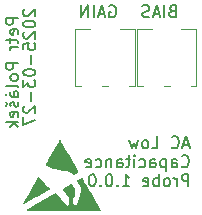
<source format=gbo>
%TF.GenerationSoftware,KiCad,Pcbnew,9.0.1-rc2-6-g81914c846f*%
%TF.CreationDate,2025-04-08T16:35:36+02:00*%
%TF.ProjectId,LowCapacitanceProbe,4c6f7743-6170-4616-9369-74616e636550,1.0.0*%
%TF.SameCoordinates,Original*%
%TF.FileFunction,Legend,Bot*%
%TF.FilePolarity,Positive*%
%FSLAX45Y45*%
G04 Gerber Fmt 4.5, Leading zero omitted, Abs format (unit mm)*
G04 Created by KiCad (PCBNEW 9.0.1-rc2-6-g81914c846f) date 2025-04-08 16:35:36*
%MOMM*%
%LPD*%
G01*
G04 APERTURE LIST*
%ADD10C,0.166000*%
%ADD11C,0.120000*%
%ADD12C,0.010000*%
G04 APERTURE END LIST*
D10*
X1095423Y1800031D02*
X1090661Y1795269D01*
X1090661Y1795269D02*
X1085899Y1785746D01*
X1085899Y1785746D02*
X1085899Y1761936D01*
X1085899Y1761936D02*
X1090661Y1752412D01*
X1090661Y1752412D02*
X1095423Y1747650D01*
X1095423Y1747650D02*
X1104946Y1742889D01*
X1104946Y1742889D02*
X1114470Y1742889D01*
X1114470Y1742889D02*
X1128756Y1747650D01*
X1128756Y1747650D02*
X1185899Y1804793D01*
X1185899Y1804793D02*
X1185899Y1742889D01*
X1085899Y1680984D02*
X1085899Y1671460D01*
X1085899Y1671460D02*
X1090661Y1661936D01*
X1090661Y1661936D02*
X1095423Y1657174D01*
X1095423Y1657174D02*
X1104946Y1652412D01*
X1104946Y1652412D02*
X1123994Y1647650D01*
X1123994Y1647650D02*
X1147803Y1647650D01*
X1147803Y1647650D02*
X1166851Y1652412D01*
X1166851Y1652412D02*
X1176375Y1657174D01*
X1176375Y1657174D02*
X1181137Y1661936D01*
X1181137Y1661936D02*
X1185899Y1671460D01*
X1185899Y1671460D02*
X1185899Y1680984D01*
X1185899Y1680984D02*
X1181137Y1690508D01*
X1181137Y1690508D02*
X1176375Y1695269D01*
X1176375Y1695269D02*
X1166851Y1700031D01*
X1166851Y1700031D02*
X1147803Y1704793D01*
X1147803Y1704793D02*
X1123994Y1704793D01*
X1123994Y1704793D02*
X1104946Y1700031D01*
X1104946Y1700031D02*
X1095423Y1695269D01*
X1095423Y1695269D02*
X1090661Y1690508D01*
X1090661Y1690508D02*
X1085899Y1680984D01*
X1095423Y1609555D02*
X1090661Y1604793D01*
X1090661Y1604793D02*
X1085899Y1595269D01*
X1085899Y1595269D02*
X1085899Y1571460D01*
X1085899Y1571460D02*
X1090661Y1561936D01*
X1090661Y1561936D02*
X1095423Y1557174D01*
X1095423Y1557174D02*
X1104946Y1552412D01*
X1104946Y1552412D02*
X1114470Y1552412D01*
X1114470Y1552412D02*
X1128756Y1557174D01*
X1128756Y1557174D02*
X1185899Y1614317D01*
X1185899Y1614317D02*
X1185899Y1552412D01*
X1085899Y1461936D02*
X1085899Y1509555D01*
X1085899Y1509555D02*
X1133518Y1514317D01*
X1133518Y1514317D02*
X1128756Y1509555D01*
X1128756Y1509555D02*
X1123994Y1500031D01*
X1123994Y1500031D02*
X1123994Y1476222D01*
X1123994Y1476222D02*
X1128756Y1466698D01*
X1128756Y1466698D02*
X1133518Y1461936D01*
X1133518Y1461936D02*
X1143042Y1457174D01*
X1143042Y1457174D02*
X1166851Y1457174D01*
X1166851Y1457174D02*
X1176375Y1461936D01*
X1176375Y1461936D02*
X1181137Y1466698D01*
X1181137Y1466698D02*
X1185899Y1476222D01*
X1185899Y1476222D02*
X1185899Y1500031D01*
X1185899Y1500031D02*
X1181137Y1509555D01*
X1181137Y1509555D02*
X1176375Y1514317D01*
X1147803Y1414317D02*
X1147803Y1338127D01*
X1085899Y1271460D02*
X1085899Y1261936D01*
X1085899Y1261936D02*
X1090661Y1252412D01*
X1090661Y1252412D02*
X1095423Y1247651D01*
X1095423Y1247651D02*
X1104946Y1242889D01*
X1104946Y1242889D02*
X1123994Y1238127D01*
X1123994Y1238127D02*
X1147803Y1238127D01*
X1147803Y1238127D02*
X1166851Y1242889D01*
X1166851Y1242889D02*
X1176375Y1247651D01*
X1176375Y1247651D02*
X1181137Y1252412D01*
X1181137Y1252412D02*
X1185899Y1261936D01*
X1185899Y1261936D02*
X1185899Y1271460D01*
X1185899Y1271460D02*
X1181137Y1280984D01*
X1181137Y1280984D02*
X1176375Y1285746D01*
X1176375Y1285746D02*
X1166851Y1290508D01*
X1166851Y1290508D02*
X1147803Y1295270D01*
X1147803Y1295270D02*
X1123994Y1295270D01*
X1123994Y1295270D02*
X1104946Y1290508D01*
X1104946Y1290508D02*
X1095423Y1285746D01*
X1095423Y1285746D02*
X1090661Y1280984D01*
X1090661Y1280984D02*
X1085899Y1271460D01*
X1085899Y1204793D02*
X1085899Y1142889D01*
X1085899Y1142889D02*
X1123994Y1176222D01*
X1123994Y1176222D02*
X1123994Y1161936D01*
X1123994Y1161936D02*
X1128756Y1152412D01*
X1128756Y1152412D02*
X1133518Y1147651D01*
X1133518Y1147651D02*
X1143042Y1142889D01*
X1143042Y1142889D02*
X1166851Y1142889D01*
X1166851Y1142889D02*
X1176375Y1147651D01*
X1176375Y1147651D02*
X1181137Y1152412D01*
X1181137Y1152412D02*
X1185899Y1161936D01*
X1185899Y1161936D02*
X1185899Y1190508D01*
X1185899Y1190508D02*
X1181137Y1200031D01*
X1181137Y1200031D02*
X1176375Y1204793D01*
X1147803Y1100031D02*
X1147803Y1023841D01*
X1095423Y980984D02*
X1090661Y976222D01*
X1090661Y976222D02*
X1085899Y966698D01*
X1085899Y966698D02*
X1085899Y942889D01*
X1085899Y942889D02*
X1090661Y933365D01*
X1090661Y933365D02*
X1095423Y928603D01*
X1095423Y928603D02*
X1104946Y923841D01*
X1104946Y923841D02*
X1114470Y923841D01*
X1114470Y923841D02*
X1128756Y928603D01*
X1128756Y928603D02*
X1185899Y985746D01*
X1185899Y985746D02*
X1185899Y923841D01*
X1085899Y890508D02*
X1085899Y823841D01*
X1085899Y823841D02*
X1185899Y866698D01*
X1814388Y1828339D02*
X1823912Y1833101D01*
X1823912Y1833101D02*
X1838198Y1833101D01*
X1838198Y1833101D02*
X1852484Y1828339D01*
X1852484Y1828339D02*
X1862007Y1818816D01*
X1862007Y1818816D02*
X1866769Y1809292D01*
X1866769Y1809292D02*
X1871531Y1790244D01*
X1871531Y1790244D02*
X1871531Y1775958D01*
X1871531Y1775958D02*
X1866769Y1756911D01*
X1866769Y1756911D02*
X1862007Y1747387D01*
X1862007Y1747387D02*
X1852484Y1737863D01*
X1852484Y1737863D02*
X1838198Y1733101D01*
X1838198Y1733101D02*
X1828674Y1733101D01*
X1828674Y1733101D02*
X1814388Y1737863D01*
X1814388Y1737863D02*
X1809627Y1742625D01*
X1809627Y1742625D02*
X1809627Y1775958D01*
X1809627Y1775958D02*
X1828674Y1775958D01*
X1771531Y1761673D02*
X1723912Y1761673D01*
X1781055Y1733101D02*
X1747722Y1833101D01*
X1747722Y1833101D02*
X1714388Y1733101D01*
X1681055Y1733101D02*
X1681055Y1833101D01*
X1633436Y1733101D02*
X1633436Y1833101D01*
X1633436Y1833101D02*
X1576293Y1733101D01*
X1576293Y1733101D02*
X1576293Y1833101D01*
X1041899Y1725269D02*
X941899Y1725269D01*
X941899Y1725269D02*
X941899Y1687174D01*
X941899Y1687174D02*
X946661Y1677650D01*
X946661Y1677650D02*
X951422Y1672889D01*
X951422Y1672889D02*
X960946Y1668127D01*
X960946Y1668127D02*
X975232Y1668127D01*
X975232Y1668127D02*
X984756Y1672889D01*
X984756Y1672889D02*
X989518Y1677650D01*
X989518Y1677650D02*
X994280Y1687174D01*
X994280Y1687174D02*
X994280Y1725269D01*
X1037137Y1587174D02*
X1041899Y1596698D01*
X1041899Y1596698D02*
X1041899Y1615746D01*
X1041899Y1615746D02*
X1037137Y1625269D01*
X1037137Y1625269D02*
X1027613Y1630031D01*
X1027613Y1630031D02*
X989518Y1630031D01*
X989518Y1630031D02*
X979994Y1625269D01*
X979994Y1625269D02*
X975232Y1615746D01*
X975232Y1615746D02*
X975232Y1596698D01*
X975232Y1596698D02*
X979994Y1587174D01*
X979994Y1587174D02*
X989518Y1582412D01*
X989518Y1582412D02*
X999041Y1582412D01*
X999041Y1582412D02*
X1008565Y1630031D01*
X975232Y1553841D02*
X975232Y1515746D01*
X941899Y1539555D02*
X1027613Y1539555D01*
X1027613Y1539555D02*
X1037137Y1534793D01*
X1037137Y1534793D02*
X1041899Y1525269D01*
X1041899Y1525269D02*
X1041899Y1515746D01*
X1041899Y1482412D02*
X975232Y1482412D01*
X994280Y1482412D02*
X984756Y1477650D01*
X984756Y1477650D02*
X979994Y1472888D01*
X979994Y1472888D02*
X975232Y1463365D01*
X975232Y1463365D02*
X975232Y1453841D01*
X1041899Y1344317D02*
X941899Y1344317D01*
X941899Y1344317D02*
X941899Y1306222D01*
X941899Y1306222D02*
X946661Y1296698D01*
X946661Y1296698D02*
X951422Y1291936D01*
X951422Y1291936D02*
X960946Y1287174D01*
X960946Y1287174D02*
X975232Y1287174D01*
X975232Y1287174D02*
X984756Y1291936D01*
X984756Y1291936D02*
X989518Y1296698D01*
X989518Y1296698D02*
X994280Y1306222D01*
X994280Y1306222D02*
X994280Y1344317D01*
X1041899Y1230031D02*
X1037137Y1239555D01*
X1037137Y1239555D02*
X1032375Y1244317D01*
X1032375Y1244317D02*
X1022851Y1249079D01*
X1022851Y1249079D02*
X994280Y1249079D01*
X994280Y1249079D02*
X984756Y1244317D01*
X984756Y1244317D02*
X979994Y1239555D01*
X979994Y1239555D02*
X975232Y1230031D01*
X975232Y1230031D02*
X975232Y1215746D01*
X975232Y1215746D02*
X979994Y1206222D01*
X979994Y1206222D02*
X984756Y1201460D01*
X984756Y1201460D02*
X994280Y1196698D01*
X994280Y1196698D02*
X1022851Y1196698D01*
X1022851Y1196698D02*
X1032375Y1201460D01*
X1032375Y1201460D02*
X1037137Y1206222D01*
X1037137Y1206222D02*
X1041899Y1215746D01*
X1041899Y1215746D02*
X1041899Y1230031D01*
X1041899Y1139555D02*
X1037137Y1149079D01*
X1037137Y1149079D02*
X1027613Y1153841D01*
X1027613Y1153841D02*
X941899Y1153841D01*
X1041899Y1058603D02*
X989518Y1058603D01*
X989518Y1058603D02*
X979994Y1063365D01*
X979994Y1063365D02*
X975232Y1072888D01*
X975232Y1072888D02*
X975232Y1091936D01*
X975232Y1091936D02*
X979994Y1101460D01*
X1037137Y1058603D02*
X1041899Y1068127D01*
X1041899Y1068127D02*
X1041899Y1091936D01*
X1041899Y1091936D02*
X1037137Y1101460D01*
X1037137Y1101460D02*
X1027613Y1106222D01*
X1027613Y1106222D02*
X1018089Y1106222D01*
X1018089Y1106222D02*
X1008565Y1101460D01*
X1008565Y1101460D02*
X1003803Y1091936D01*
X1003803Y1091936D02*
X1003803Y1068127D01*
X1003803Y1068127D02*
X999041Y1058603D01*
X937137Y1072888D02*
X951422Y1087174D01*
X1037137Y1015745D02*
X1041899Y1006222D01*
X1041899Y1006222D02*
X1041899Y987174D01*
X1041899Y987174D02*
X1037137Y977650D01*
X1037137Y977650D02*
X1027613Y972888D01*
X1027613Y972888D02*
X1022851Y972888D01*
X1022851Y972888D02*
X1013327Y977650D01*
X1013327Y977650D02*
X1008565Y987174D01*
X1008565Y987174D02*
X1008565Y1001460D01*
X1008565Y1001460D02*
X1003803Y1010984D01*
X1003803Y1010984D02*
X994280Y1015745D01*
X994280Y1015745D02*
X989518Y1015745D01*
X989518Y1015745D02*
X979994Y1010984D01*
X979994Y1010984D02*
X975232Y1001460D01*
X975232Y1001460D02*
X975232Y987174D01*
X975232Y987174D02*
X979994Y977650D01*
X937137Y1015745D02*
X951422Y996698D01*
X951422Y996698D02*
X937137Y977650D01*
X1037137Y891936D02*
X1041899Y901460D01*
X1041899Y901460D02*
X1041899Y920507D01*
X1041899Y920507D02*
X1037137Y930031D01*
X1037137Y930031D02*
X1027613Y934793D01*
X1027613Y934793D02*
X989518Y934793D01*
X989518Y934793D02*
X979994Y930031D01*
X979994Y930031D02*
X975232Y920507D01*
X975232Y920507D02*
X975232Y901460D01*
X975232Y901460D02*
X979994Y891936D01*
X979994Y891936D02*
X989518Y887174D01*
X989518Y887174D02*
X999041Y887174D01*
X999041Y887174D02*
X1008565Y934793D01*
X1041899Y844317D02*
X941899Y844317D01*
X1003803Y834793D02*
X1041899Y806222D01*
X975232Y806222D02*
X1013327Y844317D01*
X2346936Y1785482D02*
X2332650Y1780720D01*
X2332650Y1780720D02*
X2327889Y1775958D01*
X2327889Y1775958D02*
X2323127Y1766435D01*
X2323127Y1766435D02*
X2323127Y1752149D01*
X2323127Y1752149D02*
X2327889Y1742625D01*
X2327889Y1742625D02*
X2332650Y1737863D01*
X2332650Y1737863D02*
X2342174Y1733101D01*
X2342174Y1733101D02*
X2380269Y1733101D01*
X2380269Y1733101D02*
X2380269Y1833101D01*
X2380269Y1833101D02*
X2346936Y1833101D01*
X2346936Y1833101D02*
X2337412Y1828339D01*
X2337412Y1828339D02*
X2332650Y1823577D01*
X2332650Y1823577D02*
X2327889Y1814054D01*
X2327889Y1814054D02*
X2327889Y1804530D01*
X2327889Y1804530D02*
X2332650Y1795006D01*
X2332650Y1795006D02*
X2337412Y1790244D01*
X2337412Y1790244D02*
X2346936Y1785482D01*
X2346936Y1785482D02*
X2380269Y1785482D01*
X2280269Y1733101D02*
X2280269Y1833101D01*
X2237412Y1761673D02*
X2189793Y1761673D01*
X2246936Y1733101D02*
X2213603Y1833101D01*
X2213603Y1833101D02*
X2180270Y1733101D01*
X2151698Y1737863D02*
X2137412Y1733101D01*
X2137412Y1733101D02*
X2113603Y1733101D01*
X2113603Y1733101D02*
X2104079Y1737863D01*
X2104079Y1737863D02*
X2099317Y1742625D01*
X2099317Y1742625D02*
X2094555Y1752149D01*
X2094555Y1752149D02*
X2094555Y1761673D01*
X2094555Y1761673D02*
X2099317Y1771197D01*
X2099317Y1771197D02*
X2104079Y1775958D01*
X2104079Y1775958D02*
X2113603Y1780720D01*
X2113603Y1780720D02*
X2132650Y1785482D01*
X2132650Y1785482D02*
X2142174Y1790244D01*
X2142174Y1790244D02*
X2146936Y1795006D01*
X2146936Y1795006D02*
X2151698Y1804530D01*
X2151698Y1804530D02*
X2151698Y1814054D01*
X2151698Y1814054D02*
X2146936Y1823577D01*
X2146936Y1823577D02*
X2142174Y1828339D01*
X2142174Y1828339D02*
X2132650Y1833101D01*
X2132650Y1833101D02*
X2108841Y1833101D01*
X2108841Y1833101D02*
X2094555Y1828339D01*
X2488031Y653662D02*
X2440412Y653662D01*
X2497555Y625090D02*
X2464222Y725090D01*
X2464222Y725090D02*
X2430889Y625090D01*
X2340412Y634614D02*
X2345174Y629852D01*
X2345174Y629852D02*
X2359460Y625090D01*
X2359460Y625090D02*
X2368984Y625090D01*
X2368984Y625090D02*
X2383269Y629852D01*
X2383269Y629852D02*
X2392793Y639376D01*
X2392793Y639376D02*
X2397555Y648900D01*
X2397555Y648900D02*
X2402317Y667947D01*
X2402317Y667947D02*
X2402317Y682233D01*
X2402317Y682233D02*
X2397555Y701281D01*
X2397555Y701281D02*
X2392793Y710804D01*
X2392793Y710804D02*
X2383269Y720328D01*
X2383269Y720328D02*
X2368984Y725090D01*
X2368984Y725090D02*
X2359460Y725090D01*
X2359460Y725090D02*
X2345174Y720328D01*
X2345174Y720328D02*
X2340412Y715566D01*
X2173746Y625090D02*
X2221365Y625090D01*
X2221365Y625090D02*
X2221365Y725090D01*
X2126127Y625090D02*
X2135650Y629852D01*
X2135650Y629852D02*
X2140412Y634614D01*
X2140412Y634614D02*
X2145174Y644138D01*
X2145174Y644138D02*
X2145174Y672709D01*
X2145174Y672709D02*
X2140412Y682233D01*
X2140412Y682233D02*
X2135650Y686995D01*
X2135650Y686995D02*
X2126127Y691757D01*
X2126127Y691757D02*
X2111841Y691757D01*
X2111841Y691757D02*
X2102317Y686995D01*
X2102317Y686995D02*
X2097555Y682233D01*
X2097555Y682233D02*
X2092793Y672709D01*
X2092793Y672709D02*
X2092793Y644138D01*
X2092793Y644138D02*
X2097555Y634614D01*
X2097555Y634614D02*
X2102317Y629852D01*
X2102317Y629852D02*
X2111841Y625090D01*
X2111841Y625090D02*
X2126127Y625090D01*
X2059460Y691757D02*
X2040412Y625090D01*
X2040412Y625090D02*
X2021365Y672709D01*
X2021365Y672709D02*
X2002317Y625090D01*
X2002317Y625090D02*
X1983269Y691757D01*
X2426127Y473620D02*
X2430889Y468858D01*
X2430889Y468858D02*
X2445174Y464096D01*
X2445174Y464096D02*
X2454698Y464096D01*
X2454698Y464096D02*
X2468984Y468858D01*
X2468984Y468858D02*
X2478508Y478381D01*
X2478508Y478381D02*
X2483269Y487905D01*
X2483269Y487905D02*
X2488031Y506953D01*
X2488031Y506953D02*
X2488031Y521239D01*
X2488031Y521239D02*
X2483269Y540286D01*
X2483269Y540286D02*
X2478508Y549810D01*
X2478508Y549810D02*
X2468984Y559334D01*
X2468984Y559334D02*
X2454698Y564096D01*
X2454698Y564096D02*
X2445174Y564096D01*
X2445174Y564096D02*
X2430889Y559334D01*
X2430889Y559334D02*
X2426127Y554572D01*
X2340412Y464096D02*
X2340412Y516477D01*
X2340412Y516477D02*
X2345174Y526001D01*
X2345174Y526001D02*
X2354698Y530762D01*
X2354698Y530762D02*
X2373746Y530762D01*
X2373746Y530762D02*
X2383269Y526001D01*
X2340412Y468858D02*
X2349936Y464096D01*
X2349936Y464096D02*
X2373746Y464096D01*
X2373746Y464096D02*
X2383269Y468858D01*
X2383269Y468858D02*
X2388031Y478381D01*
X2388031Y478381D02*
X2388031Y487905D01*
X2388031Y487905D02*
X2383269Y497429D01*
X2383269Y497429D02*
X2373746Y502191D01*
X2373746Y502191D02*
X2349936Y502191D01*
X2349936Y502191D02*
X2340412Y506953D01*
X2292793Y530762D02*
X2292793Y430762D01*
X2292793Y526001D02*
X2283269Y530762D01*
X2283269Y530762D02*
X2264222Y530762D01*
X2264222Y530762D02*
X2254698Y526001D01*
X2254698Y526001D02*
X2249936Y521239D01*
X2249936Y521239D02*
X2245174Y511715D01*
X2245174Y511715D02*
X2245174Y483143D01*
X2245174Y483143D02*
X2249936Y473620D01*
X2249936Y473620D02*
X2254698Y468858D01*
X2254698Y468858D02*
X2264222Y464096D01*
X2264222Y464096D02*
X2283269Y464096D01*
X2283269Y464096D02*
X2292793Y468858D01*
X2159460Y464096D02*
X2159460Y516477D01*
X2159460Y516477D02*
X2164222Y526001D01*
X2164222Y526001D02*
X2173746Y530762D01*
X2173746Y530762D02*
X2192793Y530762D01*
X2192793Y530762D02*
X2202317Y526001D01*
X2159460Y468858D02*
X2168984Y464096D01*
X2168984Y464096D02*
X2192793Y464096D01*
X2192793Y464096D02*
X2202317Y468858D01*
X2202317Y468858D02*
X2207079Y478381D01*
X2207079Y478381D02*
X2207079Y487905D01*
X2207079Y487905D02*
X2202317Y497429D01*
X2202317Y497429D02*
X2192793Y502191D01*
X2192793Y502191D02*
X2168984Y502191D01*
X2168984Y502191D02*
X2159460Y506953D01*
X2068984Y468858D02*
X2078507Y464096D01*
X2078507Y464096D02*
X2097555Y464096D01*
X2097555Y464096D02*
X2107079Y468858D01*
X2107079Y468858D02*
X2111841Y473620D01*
X2111841Y473620D02*
X2116603Y483143D01*
X2116603Y483143D02*
X2116603Y511715D01*
X2116603Y511715D02*
X2111841Y521239D01*
X2111841Y521239D02*
X2107079Y526001D01*
X2107079Y526001D02*
X2097555Y530762D01*
X2097555Y530762D02*
X2078507Y530762D01*
X2078507Y530762D02*
X2068984Y526001D01*
X2026126Y464096D02*
X2026126Y530762D01*
X2026126Y564096D02*
X2030888Y559334D01*
X2030888Y559334D02*
X2026126Y554572D01*
X2026126Y554572D02*
X2021365Y559334D01*
X2021365Y559334D02*
X2026126Y564096D01*
X2026126Y564096D02*
X2026126Y554572D01*
X1992793Y530762D02*
X1954698Y530762D01*
X1978507Y564096D02*
X1978507Y478381D01*
X1978507Y478381D02*
X1973746Y468858D01*
X1973746Y468858D02*
X1964222Y464096D01*
X1964222Y464096D02*
X1954698Y464096D01*
X1878507Y464096D02*
X1878507Y516477D01*
X1878507Y516477D02*
X1883269Y526001D01*
X1883269Y526001D02*
X1892793Y530762D01*
X1892793Y530762D02*
X1911841Y530762D01*
X1911841Y530762D02*
X1921365Y526001D01*
X1878507Y468858D02*
X1888031Y464096D01*
X1888031Y464096D02*
X1911841Y464096D01*
X1911841Y464096D02*
X1921365Y468858D01*
X1921365Y468858D02*
X1926126Y478381D01*
X1926126Y478381D02*
X1926126Y487905D01*
X1926126Y487905D02*
X1921365Y497429D01*
X1921365Y497429D02*
X1911841Y502191D01*
X1911841Y502191D02*
X1888031Y502191D01*
X1888031Y502191D02*
X1878507Y506953D01*
X1830888Y530762D02*
X1830888Y464096D01*
X1830888Y521239D02*
X1826126Y526001D01*
X1826126Y526001D02*
X1816603Y530762D01*
X1816603Y530762D02*
X1802317Y530762D01*
X1802317Y530762D02*
X1792793Y526001D01*
X1792793Y526001D02*
X1788031Y516477D01*
X1788031Y516477D02*
X1788031Y464096D01*
X1697555Y468858D02*
X1707079Y464096D01*
X1707079Y464096D02*
X1726126Y464096D01*
X1726126Y464096D02*
X1735650Y468858D01*
X1735650Y468858D02*
X1740412Y473620D01*
X1740412Y473620D02*
X1745174Y483143D01*
X1745174Y483143D02*
X1745174Y511715D01*
X1745174Y511715D02*
X1740412Y521239D01*
X1740412Y521239D02*
X1735650Y526001D01*
X1735650Y526001D02*
X1726126Y530762D01*
X1726126Y530762D02*
X1707079Y530762D01*
X1707079Y530762D02*
X1697555Y526001D01*
X1616603Y468858D02*
X1626126Y464096D01*
X1626126Y464096D02*
X1645174Y464096D01*
X1645174Y464096D02*
X1654698Y468858D01*
X1654698Y468858D02*
X1659460Y478381D01*
X1659460Y478381D02*
X1659460Y516477D01*
X1659460Y516477D02*
X1654698Y526001D01*
X1654698Y526001D02*
X1645174Y530762D01*
X1645174Y530762D02*
X1626126Y530762D01*
X1626126Y530762D02*
X1616603Y526001D01*
X1616603Y526001D02*
X1611841Y516477D01*
X1611841Y516477D02*
X1611841Y506953D01*
X1611841Y506953D02*
X1659460Y497429D01*
X2483269Y303101D02*
X2483269Y403101D01*
X2483269Y403101D02*
X2445174Y403101D01*
X2445174Y403101D02*
X2435650Y398339D01*
X2435650Y398339D02*
X2430889Y393577D01*
X2430889Y393577D02*
X2426127Y384054D01*
X2426127Y384054D02*
X2426127Y369768D01*
X2426127Y369768D02*
X2430889Y360244D01*
X2430889Y360244D02*
X2435650Y355482D01*
X2435650Y355482D02*
X2445174Y350720D01*
X2445174Y350720D02*
X2483269Y350720D01*
X2383269Y303101D02*
X2383269Y369768D01*
X2383269Y350720D02*
X2378508Y360244D01*
X2378508Y360244D02*
X2373746Y365006D01*
X2373746Y365006D02*
X2364222Y369768D01*
X2364222Y369768D02*
X2354698Y369768D01*
X2307079Y303101D02*
X2316603Y307863D01*
X2316603Y307863D02*
X2321365Y312625D01*
X2321365Y312625D02*
X2326127Y322149D01*
X2326127Y322149D02*
X2326127Y350720D01*
X2326127Y350720D02*
X2321365Y360244D01*
X2321365Y360244D02*
X2316603Y365006D01*
X2316603Y365006D02*
X2307079Y369768D01*
X2307079Y369768D02*
X2292793Y369768D01*
X2292793Y369768D02*
X2283269Y365006D01*
X2283269Y365006D02*
X2278508Y360244D01*
X2278508Y360244D02*
X2273746Y350720D01*
X2273746Y350720D02*
X2273746Y322149D01*
X2273746Y322149D02*
X2278508Y312625D01*
X2278508Y312625D02*
X2283269Y307863D01*
X2283269Y307863D02*
X2292793Y303101D01*
X2292793Y303101D02*
X2307079Y303101D01*
X2230888Y303101D02*
X2230888Y403101D01*
X2230888Y365006D02*
X2221365Y369768D01*
X2221365Y369768D02*
X2202317Y369768D01*
X2202317Y369768D02*
X2192793Y365006D01*
X2192793Y365006D02*
X2188031Y360244D01*
X2188031Y360244D02*
X2183269Y350720D01*
X2183269Y350720D02*
X2183269Y322149D01*
X2183269Y322149D02*
X2188031Y312625D01*
X2188031Y312625D02*
X2192793Y307863D01*
X2192793Y307863D02*
X2202317Y303101D01*
X2202317Y303101D02*
X2221365Y303101D01*
X2221365Y303101D02*
X2230888Y307863D01*
X2102317Y307863D02*
X2111841Y303101D01*
X2111841Y303101D02*
X2130888Y303101D01*
X2130888Y303101D02*
X2140412Y307863D01*
X2140412Y307863D02*
X2145174Y317387D01*
X2145174Y317387D02*
X2145174Y355482D01*
X2145174Y355482D02*
X2140412Y365006D01*
X2140412Y365006D02*
X2130888Y369768D01*
X2130888Y369768D02*
X2111841Y369768D01*
X2111841Y369768D02*
X2102317Y365006D01*
X2102317Y365006D02*
X2097555Y355482D01*
X2097555Y355482D02*
X2097555Y345959D01*
X2097555Y345959D02*
X2145174Y336435D01*
X1926126Y303101D02*
X1983269Y303101D01*
X1954698Y303101D02*
X1954698Y403101D01*
X1954698Y403101D02*
X1964222Y388816D01*
X1964222Y388816D02*
X1973745Y379292D01*
X1973745Y379292D02*
X1983269Y374530D01*
X1883269Y312625D02*
X1878507Y307863D01*
X1878507Y307863D02*
X1883269Y303101D01*
X1883269Y303101D02*
X1888031Y307863D01*
X1888031Y307863D02*
X1883269Y312625D01*
X1883269Y312625D02*
X1883269Y303101D01*
X1816603Y403101D02*
X1807079Y403101D01*
X1807079Y403101D02*
X1797555Y398339D01*
X1797555Y398339D02*
X1792793Y393577D01*
X1792793Y393577D02*
X1788031Y384054D01*
X1788031Y384054D02*
X1783269Y365006D01*
X1783269Y365006D02*
X1783269Y341197D01*
X1783269Y341197D02*
X1788031Y322149D01*
X1788031Y322149D02*
X1792793Y312625D01*
X1792793Y312625D02*
X1797555Y307863D01*
X1797555Y307863D02*
X1807079Y303101D01*
X1807079Y303101D02*
X1816603Y303101D01*
X1816603Y303101D02*
X1826126Y307863D01*
X1826126Y307863D02*
X1830888Y312625D01*
X1830888Y312625D02*
X1835650Y322149D01*
X1835650Y322149D02*
X1840412Y341197D01*
X1840412Y341197D02*
X1840412Y365006D01*
X1840412Y365006D02*
X1835650Y384054D01*
X1835650Y384054D02*
X1830888Y393577D01*
X1830888Y393577D02*
X1826126Y398339D01*
X1826126Y398339D02*
X1816603Y403101D01*
X1740412Y312625D02*
X1735650Y307863D01*
X1735650Y307863D02*
X1740412Y303101D01*
X1740412Y303101D02*
X1745174Y307863D01*
X1745174Y307863D02*
X1740412Y312625D01*
X1740412Y312625D02*
X1740412Y303101D01*
X1673746Y403101D02*
X1664222Y403101D01*
X1664222Y403101D02*
X1654698Y398339D01*
X1654698Y398339D02*
X1649936Y393577D01*
X1649936Y393577D02*
X1645174Y384054D01*
X1645174Y384054D02*
X1640412Y365006D01*
X1640412Y365006D02*
X1640412Y341197D01*
X1640412Y341197D02*
X1645174Y322149D01*
X1645174Y322149D02*
X1649936Y312625D01*
X1649936Y312625D02*
X1654698Y307863D01*
X1654698Y307863D02*
X1664222Y303101D01*
X1664222Y303101D02*
X1673746Y303101D01*
X1673746Y303101D02*
X1683269Y307863D01*
X1683269Y307863D02*
X1688031Y312625D01*
X1688031Y312625D02*
X1692793Y322149D01*
X1692793Y322149D02*
X1697555Y341197D01*
X1697555Y341197D02*
X1697555Y365006D01*
X1697555Y365006D02*
X1692793Y384054D01*
X1692793Y384054D02*
X1688031Y393577D01*
X1688031Y393577D02*
X1683269Y398339D01*
X1683269Y398339D02*
X1673746Y403101D01*
D11*
%TO.C,RV3*%
X2047500Y1636000D02*
X2047500Y1152000D01*
X2047500Y1636000D02*
X2175500Y1636000D01*
X2047500Y1152000D02*
X2095500Y1152000D01*
X2085500Y1636000D02*
X2085500Y1636000D01*
X2085500Y1636000D02*
X2175500Y1636000D01*
X2085500Y1636000D02*
X2175500Y1636000D01*
X2273500Y1152000D02*
X2325500Y1152000D01*
X2423500Y1636000D02*
X2551500Y1636000D01*
X2503500Y1152000D02*
X2551500Y1152000D01*
X2551500Y1636000D02*
X2551500Y1152000D01*
D12*
%TO.C,SYM3*%
X1215534Y374514D02*
X1216952Y373147D01*
X1221089Y368978D01*
X1226561Y363303D01*
X1233101Y356410D01*
X1240444Y348590D01*
X1248325Y340132D01*
X1256476Y331325D01*
X1264633Y322458D01*
X1272529Y313822D01*
X1279898Y305706D01*
X1286475Y298399D01*
X1291994Y292191D01*
X1296189Y287371D01*
X1298793Y284228D01*
X1299542Y283053D01*
X1299285Y282923D01*
X1296829Y281552D01*
X1291970Y278789D01*
X1284915Y274750D01*
X1275867Y269555D01*
X1265032Y263320D01*
X1252612Y256163D01*
X1238815Y248202D01*
X1223843Y239556D01*
X1207901Y230342D01*
X1191195Y220677D01*
X1184951Y217063D01*
X1168538Y207569D01*
X1152986Y198579D01*
X1138495Y190208D01*
X1125270Y182573D01*
X1113510Y175791D01*
X1103420Y169979D01*
X1095201Y165253D01*
X1089056Y161730D01*
X1085186Y159526D01*
X1083795Y158758D01*
X1083858Y159167D01*
X1084999Y161517D01*
X1087099Y165271D01*
X1088388Y167494D01*
X1091127Y172233D01*
X1095159Y179212D01*
X1100351Y188206D01*
X1106573Y198986D01*
X1113694Y211326D01*
X1121584Y224999D01*
X1130110Y239779D01*
X1139142Y255438D01*
X1148550Y271750D01*
X1157762Y287718D01*
X1166718Y303231D01*
X1175139Y317809D01*
X1182900Y331232D01*
X1189873Y343282D01*
X1195931Y353740D01*
X1200950Y362388D01*
X1204801Y369008D01*
X1207359Y373381D01*
X1208497Y375288D01*
X1210832Y378930D01*
X1215534Y374514D01*
G36*
X1215534Y374514D02*
G01*
X1216952Y373147D01*
X1221089Y368978D01*
X1226561Y363303D01*
X1233101Y356410D01*
X1240444Y348590D01*
X1248325Y340132D01*
X1256476Y331325D01*
X1264633Y322458D01*
X1272529Y313822D01*
X1279898Y305706D01*
X1286475Y298399D01*
X1291994Y292191D01*
X1296189Y287371D01*
X1298793Y284228D01*
X1299542Y283053D01*
X1299285Y282923D01*
X1296829Y281552D01*
X1291970Y278789D01*
X1284915Y274750D01*
X1275867Y269555D01*
X1265032Y263320D01*
X1252612Y256163D01*
X1238815Y248202D01*
X1223843Y239556D01*
X1207901Y230342D01*
X1191195Y220677D01*
X1184951Y217063D01*
X1168538Y207569D01*
X1152986Y198579D01*
X1138495Y190208D01*
X1125270Y182573D01*
X1113510Y175791D01*
X1103420Y169979D01*
X1095201Y165253D01*
X1089056Y161730D01*
X1085186Y159526D01*
X1083795Y158758D01*
X1083858Y159167D01*
X1084999Y161517D01*
X1087099Y165271D01*
X1088388Y167494D01*
X1091127Y172233D01*
X1095159Y179212D01*
X1100351Y188206D01*
X1106573Y198986D01*
X1113694Y211326D01*
X1121584Y224999D01*
X1130110Y239779D01*
X1139142Y255438D01*
X1148550Y271750D01*
X1157762Y287718D01*
X1166718Y303231D01*
X1175139Y317809D01*
X1182900Y331232D01*
X1189873Y343282D01*
X1195931Y353740D01*
X1200950Y362388D01*
X1204801Y369008D01*
X1207359Y373381D01*
X1208497Y375288D01*
X1210832Y378930D01*
X1215534Y374514D01*
G37*
X1391806Y691433D02*
X1392959Y689699D01*
X1395500Y685534D01*
X1399301Y679159D01*
X1404234Y670796D01*
X1410171Y660665D01*
X1416986Y648989D01*
X1424550Y635989D01*
X1432736Y621887D01*
X1441416Y606903D01*
X1450463Y591260D01*
X1459748Y575179D01*
X1469145Y558881D01*
X1478526Y542588D01*
X1487762Y526521D01*
X1496728Y510902D01*
X1505294Y495952D01*
X1513333Y481893D01*
X1520718Y468946D01*
X1527320Y457333D01*
X1533014Y447275D01*
X1537670Y438993D01*
X1541161Y432710D01*
X1543359Y428646D01*
X1544138Y427024D01*
X1544139Y427011D01*
X1542883Y425308D01*
X1539276Y422422D01*
X1533692Y418625D01*
X1526506Y414191D01*
X1521687Y411355D01*
X1514753Y407410D01*
X1509923Y404925D01*
X1506874Y403758D01*
X1505282Y403769D01*
X1504823Y404820D01*
X1504788Y404992D01*
X1503477Y407082D01*
X1500650Y410636D01*
X1496829Y414992D01*
X1495065Y416862D01*
X1489598Y421899D01*
X1483552Y426203D01*
X1476568Y429903D01*
X1468287Y433123D01*
X1458349Y435990D01*
X1446395Y438630D01*
X1432067Y441170D01*
X1415003Y443735D01*
X1395363Y446627D01*
X1376377Y449733D01*
X1359776Y452846D01*
X1345188Y456056D01*
X1332243Y459453D01*
X1320568Y463127D01*
X1309794Y467168D01*
X1299549Y471666D01*
X1292019Y475375D01*
X1284827Y479277D01*
X1279139Y482762D01*
X1275400Y485553D01*
X1274055Y487379D01*
X1274095Y487513D01*
X1275178Y489664D01*
X1277635Y494168D01*
X1281319Y500773D01*
X1286085Y509227D01*
X1291788Y519277D01*
X1298282Y530672D01*
X1305422Y543160D01*
X1313062Y556488D01*
X1321058Y570403D01*
X1329263Y584655D01*
X1337532Y598990D01*
X1345720Y613157D01*
X1353681Y626903D01*
X1361270Y639977D01*
X1368342Y652125D01*
X1374750Y663096D01*
X1380350Y672638D01*
X1384997Y680499D01*
X1388544Y686426D01*
X1390846Y690167D01*
X1391758Y691470D01*
X1391806Y691433D01*
G36*
X1391806Y691433D02*
G01*
X1392959Y689699D01*
X1395500Y685534D01*
X1399301Y679159D01*
X1404234Y670796D01*
X1410171Y660665D01*
X1416986Y648989D01*
X1424550Y635989D01*
X1432736Y621887D01*
X1441416Y606903D01*
X1450463Y591260D01*
X1459748Y575179D01*
X1469145Y558881D01*
X1478526Y542588D01*
X1487762Y526521D01*
X1496728Y510902D01*
X1505294Y495952D01*
X1513333Y481893D01*
X1520718Y468946D01*
X1527320Y457333D01*
X1533014Y447275D01*
X1537670Y438993D01*
X1541161Y432710D01*
X1543359Y428646D01*
X1544138Y427024D01*
X1544139Y427011D01*
X1542883Y425308D01*
X1539276Y422422D01*
X1533692Y418625D01*
X1526506Y414191D01*
X1521687Y411355D01*
X1514753Y407410D01*
X1509923Y404925D01*
X1506874Y403758D01*
X1505282Y403769D01*
X1504823Y404820D01*
X1504788Y404992D01*
X1503477Y407082D01*
X1500650Y410636D01*
X1496829Y414992D01*
X1495065Y416862D01*
X1489598Y421899D01*
X1483552Y426203D01*
X1476568Y429903D01*
X1468287Y433123D01*
X1458349Y435990D01*
X1446395Y438630D01*
X1432067Y441170D01*
X1415003Y443735D01*
X1395363Y446627D01*
X1376377Y449733D01*
X1359776Y452846D01*
X1345188Y456056D01*
X1332243Y459453D01*
X1320568Y463127D01*
X1309794Y467168D01*
X1299549Y471666D01*
X1292019Y475375D01*
X1284827Y479277D01*
X1279139Y482762D01*
X1275400Y485553D01*
X1274055Y487379D01*
X1274095Y487513D01*
X1275178Y489664D01*
X1277635Y494168D01*
X1281319Y500773D01*
X1286085Y509227D01*
X1291788Y519277D01*
X1298282Y530672D01*
X1305422Y543160D01*
X1313062Y556488D01*
X1321058Y570403D01*
X1329263Y584655D01*
X1337532Y598990D01*
X1345720Y613157D01*
X1353681Y626903D01*
X1361270Y639977D01*
X1368342Y652125D01*
X1374750Y663096D01*
X1380350Y672638D01*
X1384997Y680499D01*
X1388544Y686426D01*
X1390846Y690167D01*
X1391758Y691470D01*
X1391806Y691433D01*
G37*
X1578255Y369146D02*
X1578830Y368287D01*
X1580886Y364915D01*
X1584268Y359230D01*
X1588845Y351453D01*
X1594488Y341807D01*
X1601068Y330513D01*
X1608456Y317793D01*
X1616521Y303870D01*
X1625135Y288964D01*
X1634167Y273299D01*
X1636645Y268998D01*
X1646440Y251992D01*
X1656301Y234875D01*
X1666026Y217994D01*
X1675414Y201700D01*
X1684263Y186342D01*
X1692372Y172270D01*
X1699540Y159833D01*
X1705564Y149382D01*
X1710245Y141265D01*
X1732353Y102933D01*
X1422358Y102933D01*
X1409542Y102934D01*
X1379000Y102946D01*
X1349393Y102970D01*
X1320866Y103006D01*
X1293562Y103052D01*
X1267627Y103110D01*
X1243203Y103177D01*
X1220435Y103253D01*
X1199467Y103338D01*
X1180444Y103431D01*
X1163510Y103531D01*
X1148808Y103638D01*
X1136483Y103752D01*
X1126679Y103870D01*
X1119540Y103994D01*
X1115210Y104122D01*
X1113834Y104254D01*
X1114855Y104920D01*
X1118381Y107042D01*
X1124172Y110458D01*
X1131993Y115033D01*
X1141608Y120631D01*
X1152782Y127117D01*
X1165280Y134355D01*
X1178865Y142209D01*
X1193302Y150545D01*
X1208356Y159226D01*
X1223791Y168117D01*
X1239371Y177082D01*
X1254862Y185987D01*
X1270027Y194695D01*
X1284631Y203071D01*
X1298438Y210980D01*
X1311213Y218285D01*
X1322721Y224852D01*
X1332726Y230545D01*
X1340991Y235228D01*
X1347283Y238765D01*
X1351365Y241023D01*
X1353001Y241864D01*
X1354069Y241655D01*
X1357286Y239759D01*
X1361872Y236247D01*
X1367324Y231483D01*
X1372235Y226714D01*
X1378489Y220218D01*
X1385487Y212634D01*
X1392870Y204380D01*
X1400278Y195873D01*
X1407355Y187531D01*
X1413740Y179771D01*
X1419075Y173011D01*
X1423001Y167669D01*
X1425159Y164161D01*
X1426601Y161600D01*
X1430514Y156298D01*
X1435546Y150659D01*
X1440978Y145404D01*
X1446092Y141257D01*
X1450173Y138941D01*
X1454679Y138406D01*
X1460693Y139886D01*
X1466408Y143277D01*
X1470843Y148145D01*
X1471611Y149408D01*
X1472589Y151476D01*
X1473226Y153965D01*
X1473564Y157409D01*
X1473643Y162344D01*
X1473504Y169304D01*
X1473188Y178823D01*
X1472962Y184330D01*
X1472480Y193038D01*
X1471912Y200660D01*
X1471311Y206525D01*
X1470728Y209963D01*
X1469318Y213891D01*
X1465137Y221626D01*
X1458639Y230791D01*
X1449747Y241493D01*
X1438380Y253841D01*
X1433447Y259043D01*
X1427744Y265180D01*
X1423036Y270384D01*
X1419712Y274223D01*
X1418159Y276270D01*
X1417999Y276595D01*
X1417808Y277995D01*
X1418764Y279546D01*
X1421261Y281584D01*
X1425691Y284443D01*
X1432444Y288457D01*
X1438185Y291808D01*
X1448749Y297938D01*
X1457067Y302699D01*
X1463418Y306247D01*
X1468081Y308735D01*
X1471335Y310319D01*
X1473460Y311152D01*
X1475660Y312077D01*
X1476945Y313319D01*
X1477065Y313612D01*
X1478946Y315242D01*
X1482383Y317340D01*
X1487822Y320269D01*
X1491837Y316531D01*
X1493256Y315016D01*
X1496555Y310901D01*
X1500585Y305406D01*
X1504768Y299297D01*
X1513684Y285801D01*
X1513334Y250814D01*
X1512984Y215826D01*
X1507889Y210877D01*
X1506177Y209112D01*
X1500688Y201184D01*
X1497483Y191756D01*
X1496391Y180372D01*
X1496662Y174272D01*
X1498576Y163512D01*
X1502064Y153692D01*
X1506824Y145812D01*
X1510129Y142939D01*
X1516005Y140756D01*
X1522656Y140505D01*
X1529232Y142067D01*
X1534880Y145328D01*
X1538750Y150171D01*
X1538877Y150433D01*
X1541216Y155228D01*
X1543694Y160238D01*
X1545797Y164941D01*
X1548814Y172869D01*
X1552143Y182643D01*
X1555668Y193827D01*
X1559273Y205987D01*
X1562842Y218685D01*
X1566261Y231488D01*
X1569413Y243960D01*
X1572182Y255664D01*
X1574453Y266166D01*
X1576111Y275029D01*
X1577038Y281819D01*
X1577121Y286099D01*
X1576935Y287072D01*
X1575116Y291994D01*
X1571741Y298580D01*
X1567105Y306234D01*
X1565326Y308992D01*
X1558178Y320238D01*
X1552102Y330073D01*
X1547232Y338267D01*
X1543701Y344590D01*
X1541645Y348811D01*
X1541197Y350701D01*
X1541249Y350768D01*
X1543104Y352129D01*
X1547070Y354618D01*
X1552603Y357902D01*
X1559158Y361651D01*
X1559713Y361962D01*
X1566831Y365879D01*
X1571788Y368376D01*
X1575041Y369634D01*
X1577044Y369831D01*
X1578255Y369146D01*
G36*
X1578255Y369146D02*
G01*
X1578830Y368287D01*
X1580886Y364915D01*
X1584268Y359230D01*
X1588845Y351453D01*
X1594488Y341807D01*
X1601068Y330513D01*
X1608456Y317793D01*
X1616521Y303870D01*
X1625135Y288964D01*
X1634167Y273299D01*
X1636645Y268998D01*
X1646440Y251992D01*
X1656301Y234875D01*
X1666026Y217994D01*
X1675414Y201700D01*
X1684263Y186342D01*
X1692372Y172270D01*
X1699540Y159833D01*
X1705564Y149382D01*
X1710245Y141265D01*
X1732353Y102933D01*
X1422358Y102933D01*
X1409542Y102934D01*
X1379000Y102946D01*
X1349393Y102970D01*
X1320866Y103006D01*
X1293562Y103052D01*
X1267627Y103110D01*
X1243203Y103177D01*
X1220435Y103253D01*
X1199467Y103338D01*
X1180444Y103431D01*
X1163510Y103531D01*
X1148808Y103638D01*
X1136483Y103752D01*
X1126679Y103870D01*
X1119540Y103994D01*
X1115210Y104122D01*
X1113834Y104254D01*
X1114855Y104920D01*
X1118381Y107042D01*
X1124172Y110458D01*
X1131993Y115033D01*
X1141608Y120631D01*
X1152782Y127117D01*
X1165280Y134355D01*
X1178865Y142209D01*
X1193302Y150545D01*
X1208356Y159226D01*
X1223791Y168117D01*
X1239371Y177082D01*
X1254862Y185987D01*
X1270027Y194695D01*
X1284631Y203071D01*
X1298438Y210980D01*
X1311213Y218285D01*
X1322721Y224852D01*
X1332726Y230545D01*
X1340991Y235228D01*
X1347283Y238765D01*
X1351365Y241023D01*
X1353001Y241864D01*
X1354069Y241655D01*
X1357286Y239759D01*
X1361872Y236247D01*
X1367324Y231483D01*
X1372235Y226714D01*
X1378489Y220218D01*
X1385487Y212634D01*
X1392870Y204380D01*
X1400278Y195873D01*
X1407355Y187531D01*
X1413740Y179771D01*
X1419075Y173011D01*
X1423001Y167669D01*
X1425159Y164161D01*
X1426601Y161600D01*
X1430514Y156298D01*
X1435546Y150659D01*
X1440978Y145404D01*
X1446092Y141257D01*
X1450173Y138941D01*
X1454679Y138406D01*
X1460693Y139886D01*
X1466408Y143277D01*
X1470843Y148145D01*
X1471611Y149408D01*
X1472589Y151476D01*
X1473226Y153965D01*
X1473564Y157409D01*
X1473643Y162344D01*
X1473504Y169304D01*
X1473188Y178823D01*
X1472962Y184330D01*
X1472480Y193038D01*
X1471912Y200660D01*
X1471311Y206525D01*
X1470728Y209963D01*
X1469318Y213891D01*
X1465137Y221626D01*
X1458639Y230791D01*
X1449747Y241493D01*
X1438380Y253841D01*
X1433447Y259043D01*
X1427744Y265180D01*
X1423036Y270384D01*
X1419712Y274223D01*
X1418159Y276270D01*
X1417999Y276595D01*
X1417808Y277995D01*
X1418764Y279546D01*
X1421261Y281584D01*
X1425691Y284443D01*
X1432444Y288457D01*
X1438185Y291808D01*
X1448749Y297938D01*
X1457067Y302699D01*
X1463418Y306247D01*
X1468081Y308735D01*
X1471335Y310319D01*
X1473460Y311152D01*
X1475660Y312077D01*
X1476945Y313319D01*
X1477065Y313612D01*
X1478946Y315242D01*
X1482383Y317340D01*
X1487822Y320269D01*
X1491837Y316531D01*
X1493256Y315016D01*
X1496555Y310901D01*
X1500585Y305406D01*
X1504768Y299297D01*
X1513684Y285801D01*
X1513334Y250814D01*
X1512984Y215826D01*
X1507889Y210877D01*
X1506177Y209112D01*
X1500688Y201184D01*
X1497483Y191756D01*
X1496391Y180372D01*
X1496662Y174272D01*
X1498576Y163512D01*
X1502064Y153692D01*
X1506824Y145812D01*
X1510129Y142939D01*
X1516005Y140756D01*
X1522656Y140505D01*
X1529232Y142067D01*
X1534880Y145328D01*
X1538750Y150171D01*
X1538877Y150433D01*
X1541216Y155228D01*
X1543694Y160238D01*
X1545797Y164941D01*
X1548814Y172869D01*
X1552143Y182643D01*
X1555668Y193827D01*
X1559273Y205987D01*
X1562842Y218685D01*
X1566261Y231488D01*
X1569413Y243960D01*
X1572182Y255664D01*
X1574453Y266166D01*
X1576111Y275029D01*
X1577038Y281819D01*
X1577121Y286099D01*
X1576935Y287072D01*
X1575116Y291994D01*
X1571741Y298580D01*
X1567105Y306234D01*
X1565326Y308992D01*
X1558178Y320238D01*
X1552102Y330073D01*
X1547232Y338267D01*
X1543701Y344590D01*
X1541645Y348811D01*
X1541197Y350701D01*
X1541249Y350768D01*
X1543104Y352129D01*
X1547070Y354618D01*
X1552603Y357902D01*
X1559158Y361651D01*
X1559713Y361962D01*
X1566831Y365879D01*
X1571788Y368376D01*
X1575041Y369634D01*
X1577044Y369831D01*
X1578255Y369146D01*
G37*
D11*
%TO.C,RV2*%
X1524500Y1636000D02*
X1524500Y1152000D01*
X1524500Y1636000D02*
X1652500Y1636000D01*
X1524500Y1152000D02*
X1572500Y1152000D01*
X1562500Y1636000D02*
X1562500Y1636000D01*
X1562500Y1636000D02*
X1652500Y1636000D01*
X1562500Y1636000D02*
X1652500Y1636000D01*
X1750500Y1152000D02*
X1802500Y1152000D01*
X1900500Y1636000D02*
X2028500Y1636000D01*
X1980500Y1152000D02*
X2028500Y1152000D01*
X2028500Y1636000D02*
X2028500Y1152000D01*
%TD*%
%LPC*%
G36*
X1840582Y266300D02*
G01*
X1841674Y266300D01*
X1845941Y265452D01*
X1855724Y263902D01*
X1858871Y262880D01*
X1861631Y262330D01*
X1865527Y260717D01*
X1871211Y258870D01*
X1876536Y256157D01*
X1880431Y254543D01*
X1882771Y252980D01*
X1885719Y251478D01*
X1893733Y245655D01*
X1897350Y243238D01*
X1898122Y242466D01*
X1898893Y241907D01*
X1910406Y230393D01*
X1910966Y229622D01*
X1911738Y228850D01*
X1914155Y225233D01*
X1919978Y217219D01*
X1921480Y214271D01*
X1923043Y211931D01*
X1924657Y208036D01*
X1927370Y202711D01*
X1929216Y197028D01*
X1930830Y193131D01*
X1931379Y190371D01*
X1932402Y187224D01*
X1933951Y177441D01*
X1934800Y173174D01*
X1934800Y172082D01*
X1934949Y171142D01*
X1934949Y154859D01*
X1934800Y153918D01*
X1934800Y152826D01*
X1933951Y148558D01*
X1932402Y138776D01*
X1931380Y135630D01*
X1930830Y132869D01*
X1929216Y128972D01*
X1927370Y123289D01*
X1924657Y117965D01*
X1923043Y114069D01*
X1921480Y111729D01*
X1919978Y108781D01*
X1914156Y100769D01*
X1911738Y97150D01*
X1910966Y96378D01*
X1910406Y95607D01*
X1898893Y84094D01*
X1898122Y83534D01*
X1897350Y82762D01*
X1893732Y80344D01*
X1885719Y74522D01*
X1882771Y73020D01*
X1880431Y71457D01*
X1876536Y69843D01*
X1870624Y66831D01*
X1874305Y51500D01*
X1894569Y51500D01*
X1898244Y53022D01*
X1942180Y96958D01*
X1942180Y96959D01*
X1943111Y97889D01*
X1945521Y98888D01*
X1946265Y99317D01*
X1946695Y99374D01*
X1947000Y99500D01*
X2023000Y99500D01*
X2025412Y98501D01*
X2027275Y98002D01*
X2035100Y104006D01*
X2035100Y164015D01*
X2035100Y165000D01*
X2035389Y166454D01*
X2036213Y167687D01*
X2037446Y168511D01*
X2038900Y168800D01*
X2546900Y168800D01*
X2548354Y168511D01*
X2549587Y167687D01*
X2550411Y166454D01*
X2550700Y165000D01*
X2550700Y15000D01*
X2550411Y13546D01*
X2549587Y12313D01*
X2548354Y11489D01*
X2546900Y11200D01*
X2038900Y11200D01*
X2038899Y11200D01*
X2038358Y11200D01*
X2032500Y5342D01*
X2032500Y0D01*
X2031501Y-2413D01*
X2031457Y-2574D01*
X2031417Y-2614D01*
X2030889Y-3889D01*
X2029614Y-4417D01*
X2029574Y-4458D01*
X2029413Y-4501D01*
X2027000Y-5500D01*
X2025683Y-5500D01*
X1068317Y-5500D01*
X1067000Y-5500D01*
X1064587Y-4501D01*
X1064426Y-4458D01*
X1064386Y-4417D01*
X1063111Y-3889D01*
X1062583Y-2614D01*
X1062542Y-2574D01*
X1062499Y-2412D01*
X1061500Y0D01*
X1061500Y70986D01*
X1750792Y70986D01*
X1768756Y53022D01*
X1772431Y51500D01*
X1788695Y51500D01*
X1792376Y66831D01*
X1786463Y69844D01*
X1782569Y71457D01*
X1780229Y73020D01*
X1777281Y74522D01*
X1769267Y80345D01*
X1765650Y82762D01*
X1764878Y83534D01*
X1762799Y85044D01*
X1750792Y70986D01*
X1061500Y70986D01*
X1061500Y90000D01*
X1062499Y92412D01*
X1062542Y92574D01*
X1062583Y92614D01*
X1063111Y93889D01*
X1064386Y94417D01*
X1064426Y94458D01*
X1064588Y94501D01*
X1067000Y95500D01*
X1724000Y95500D01*
X1726412Y94501D01*
X1727241Y94279D01*
X1727584Y94016D01*
X1727889Y93889D01*
X1739486Y82293D01*
X1753544Y94299D01*
X1752033Y96378D01*
X1751261Y97150D01*
X1748845Y100767D01*
X1743022Y108781D01*
X1741520Y111729D01*
X1739957Y114069D01*
X1738343Y117964D01*
X1735630Y123289D01*
X1733783Y128973D01*
X1732170Y132869D01*
X1731620Y135629D01*
X1730598Y138776D01*
X1729048Y148559D01*
X1728200Y152826D01*
X1728200Y153918D01*
X1728051Y154859D01*
X1728051Y171142D01*
X1728200Y172082D01*
X1728200Y173174D01*
X1729048Y177440D01*
X1730598Y187224D01*
X1731620Y190371D01*
X1732170Y193131D01*
X1733783Y197027D01*
X1735630Y202711D01*
X1738343Y208037D01*
X1739957Y211931D01*
X1741520Y214270D01*
X1743022Y217219D01*
X1748845Y225234D01*
X1751261Y228850D01*
X1752033Y229622D01*
X1752593Y230393D01*
X1764107Y241907D01*
X1764878Y242467D01*
X1765650Y243238D01*
X1769266Y245654D01*
X1777281Y251478D01*
X1780230Y252980D01*
X1782569Y254543D01*
X1786463Y256157D01*
X1791789Y258870D01*
X1797473Y260717D01*
X1801368Y262330D01*
X1804128Y262880D01*
X1807276Y263902D01*
X1817059Y265452D01*
X1821326Y266300D01*
X1822418Y266300D01*
X1823358Y266449D01*
X1839641Y266449D01*
X1840582Y266300D01*
G37*
G36*
X405238Y732559D02*
G01*
X410526Y729026D01*
X414059Y723738D01*
X415300Y717500D01*
X415300Y631000D01*
X415300Y581000D01*
X414535Y574406D01*
X413905Y572979D01*
X413772Y572139D01*
X411988Y568638D01*
X410260Y564724D01*
X409717Y564182D01*
X409699Y564145D01*
X403355Y557801D01*
X403318Y557783D01*
X402776Y557240D01*
X398861Y555512D01*
X395361Y553728D01*
X394521Y553595D01*
X393094Y552965D01*
X386500Y552200D01*
X167158Y552200D01*
X161300Y546342D01*
X161300Y494500D01*
X160059Y488262D01*
X156526Y482974D01*
X151238Y479441D01*
X145000Y478200D01*
X45000Y478200D01*
X38762Y479441D01*
X33474Y482974D01*
X29941Y488262D01*
X28700Y494500D01*
X28700Y594500D01*
X28700Y630213D01*
X28700Y631000D01*
X29465Y637594D01*
X30095Y639021D01*
X30228Y639861D01*
X32013Y643364D01*
X33740Y647276D01*
X34282Y647818D01*
X34301Y647855D01*
X40645Y654199D01*
X40682Y654218D01*
X41224Y654760D01*
X45136Y656488D01*
X48639Y658272D01*
X49479Y658405D01*
X50906Y659035D01*
X57500Y659800D01*
X276842Y659800D01*
X282700Y665658D01*
X282700Y716515D01*
X282700Y717500D01*
X283941Y723738D01*
X287474Y729026D01*
X292762Y732559D01*
X299000Y733800D01*
X399000Y733800D01*
X405238Y732559D01*
G37*
G36*
X2446412Y1948001D02*
G01*
X2447241Y1947779D01*
X2447584Y1947516D01*
X2447889Y1947389D01*
X2570889Y1824389D01*
X2571888Y1821978D01*
X2572317Y1821235D01*
X2572373Y1820805D01*
X2572500Y1820500D01*
X2572500Y1641000D01*
X2571501Y1638587D01*
X2571458Y1638426D01*
X2571417Y1638386D01*
X2570889Y1637111D01*
X2569614Y1636583D01*
X2569574Y1636542D01*
X2569413Y1636499D01*
X2567000Y1635500D01*
X2565683Y1635500D01*
X2443317Y1635500D01*
X2442000Y1635500D01*
X2439587Y1636499D01*
X2439426Y1636542D01*
X2439386Y1636583D01*
X2438111Y1637111D01*
X2437583Y1638386D01*
X2437542Y1638426D01*
X2437499Y1638588D01*
X2436500Y1641000D01*
X2436500Y1799944D01*
X2434978Y1803619D01*
X2396119Y1842478D01*
X2392444Y1844000D01*
X2007976Y1844000D01*
X2003557Y1841638D01*
X1999651Y1835792D01*
X1998182Y1833249D01*
X1997486Y1832552D01*
X1997050Y1831900D01*
X1989600Y1824449D01*
X1988948Y1824014D01*
X1988251Y1823318D01*
X1985707Y1821849D01*
X1980838Y1818595D01*
X1978127Y1817472D01*
X1976088Y1816295D01*
X1973814Y1815686D01*
X1971103Y1814563D01*
X1965359Y1813420D01*
X1962522Y1812660D01*
X1961538Y1812660D01*
X1960768Y1812507D01*
X1950232Y1812507D01*
X1949462Y1812660D01*
X1948478Y1812660D01*
X1945641Y1813420D01*
X1939896Y1814563D01*
X1937185Y1815686D01*
X1934912Y1816295D01*
X1932873Y1817472D01*
X1930162Y1818595D01*
X1925292Y1821849D01*
X1922749Y1823318D01*
X1922052Y1824014D01*
X1921400Y1824449D01*
X1913949Y1831900D01*
X1913514Y1832553D01*
X1912818Y1833249D01*
X1911349Y1835791D01*
X1907443Y1841638D01*
X1903024Y1844000D01*
X1516358Y1844000D01*
X1510500Y1838142D01*
X1510500Y788500D01*
X1510119Y786587D01*
X1509587Y786054D01*
X1509494Y785831D01*
X1508169Y784505D01*
X1507946Y784413D01*
X1507413Y783881D01*
X1505500Y783500D01*
X1505008Y783500D01*
X1205992Y783500D01*
X1205500Y783500D01*
X1203587Y783881D01*
X1203054Y784413D01*
X1202831Y784505D01*
X1201505Y785831D01*
X1201413Y786054D01*
X1200881Y786587D01*
X1200500Y788500D01*
X1200500Y1838142D01*
X1194642Y1844000D01*
X1020431Y1844000D01*
X1016756Y1842478D01*
X925022Y1750744D01*
X923500Y1747069D01*
X923500Y790000D01*
X922501Y787587D01*
X922457Y787426D01*
X922417Y787386D01*
X921889Y786111D01*
X920614Y785583D01*
X920574Y785542D01*
X920413Y785499D01*
X918000Y784500D01*
X916683Y784500D01*
X557314Y784500D01*
X555997Y784500D01*
X553585Y785499D01*
X552759Y785720D01*
X552418Y785982D01*
X552108Y786111D01*
X552104Y786115D01*
X327545Y1011115D01*
X326544Y1013534D01*
X326119Y1014273D01*
X326063Y1014698D01*
X325938Y1015001D01*
X325938Y1017687D01*
X326110Y1819045D01*
X326110Y1819045D01*
X326110Y1820361D01*
X327110Y1822775D01*
X327332Y1823602D01*
X327595Y1823945D01*
X327721Y1824249D01*
X328184Y1824712D01*
X328184Y1824713D01*
X449930Y1946458D01*
X449930Y1946459D01*
X450861Y1947389D01*
X453271Y1948388D01*
X454015Y1948817D01*
X454445Y1948874D01*
X454750Y1949000D01*
X2444000Y1949000D01*
X2446412Y1948001D01*
G37*
G36*
X2548354Y1018511D02*
G01*
X2549587Y1017687D01*
X2550411Y1016454D01*
X2550700Y1015000D01*
X2550700Y865000D01*
X2550411Y863546D01*
X2549587Y862313D01*
X2548354Y861489D01*
X2546900Y861200D01*
X2038900Y861200D01*
X2037446Y861489D01*
X2036213Y862313D01*
X2035389Y863546D01*
X2035100Y865000D01*
X2035100Y1015000D01*
X2035389Y1016454D01*
X2036213Y1017687D01*
X2037446Y1018511D01*
X2038900Y1018800D01*
X2546900Y1018800D01*
X2548354Y1018511D01*
G37*
G36*
X1727954Y1297511D02*
G01*
X1729187Y1296687D01*
X1730011Y1295454D01*
X1730300Y1294000D01*
X1730300Y1094000D01*
X1730011Y1092546D01*
X1729187Y1091313D01*
X1727954Y1090489D01*
X1726500Y1090200D01*
X1596500Y1090200D01*
X1595046Y1090489D01*
X1593813Y1091313D01*
X1592989Y1092546D01*
X1592700Y1094000D01*
X1592700Y1294000D01*
X1592989Y1295454D01*
X1593813Y1296687D01*
X1595046Y1297511D01*
X1596500Y1297800D01*
X1726500Y1297800D01*
X1727954Y1297511D01*
G37*
G36*
X1957954Y1270511D02*
G01*
X1959187Y1269687D01*
X1960011Y1268454D01*
X1960300Y1267000D01*
X1960300Y1094000D01*
X1960011Y1092546D01*
X1959187Y1091313D01*
X1957954Y1090489D01*
X1956500Y1090200D01*
X1826500Y1090200D01*
X1825046Y1090489D01*
X1823813Y1091313D01*
X1822989Y1092546D01*
X1822700Y1094000D01*
X1822700Y1267000D01*
X1822989Y1268454D01*
X1823813Y1269687D01*
X1825046Y1270511D01*
X1826500Y1270800D01*
X1956500Y1270800D01*
X1957954Y1270511D01*
G37*
G36*
X2250954Y1297511D02*
G01*
X2252187Y1296687D01*
X2253011Y1295454D01*
X2253300Y1294000D01*
X2253300Y1094000D01*
X2253011Y1092546D01*
X2252187Y1091313D01*
X2250954Y1090489D01*
X2249500Y1090200D01*
X2119500Y1090200D01*
X2118046Y1090489D01*
X2116813Y1091313D01*
X2115989Y1092546D01*
X2115700Y1094000D01*
X2115700Y1294000D01*
X2115989Y1295454D01*
X2116813Y1296687D01*
X2118046Y1297511D01*
X2119500Y1297800D01*
X2249500Y1297800D01*
X2250954Y1297511D01*
G37*
G36*
X2480954Y1297511D02*
G01*
X2482187Y1296687D01*
X2483011Y1295454D01*
X2483300Y1294000D01*
X2483300Y1094000D01*
X2483011Y1092546D01*
X2482187Y1091313D01*
X2480954Y1090489D01*
X2479500Y1090200D01*
X2349500Y1090200D01*
X2348046Y1090489D01*
X2346813Y1091313D01*
X2345989Y1092546D01*
X2345700Y1094000D01*
X2345700Y1294000D01*
X2345989Y1295454D01*
X2346813Y1296687D01*
X2348046Y1297511D01*
X2349500Y1297800D01*
X2479500Y1297800D01*
X2480954Y1297511D01*
G37*
G36*
X1961538Y1419340D02*
G01*
X1962522Y1419340D01*
X1965358Y1418580D01*
X1971103Y1417437D01*
X1973815Y1416314D01*
X1976088Y1415705D01*
X1978126Y1414528D01*
X1980838Y1413405D01*
X1985709Y1410150D01*
X1988251Y1408682D01*
X1988947Y1407986D01*
X1989600Y1407551D01*
X1997050Y1400100D01*
X1997486Y1399448D01*
X1998182Y1398751D01*
X1999651Y1396208D01*
X2002905Y1391338D01*
X2004028Y1388627D01*
X2005205Y1386588D01*
X2005814Y1384315D01*
X2006937Y1381604D01*
X2008080Y1375859D01*
X2008840Y1373022D01*
X2008840Y1372038D01*
X2008993Y1371268D01*
X2008993Y1360732D01*
X2008840Y1359962D01*
X2008840Y1358978D01*
X2008079Y1356141D01*
X2006937Y1350397D01*
X2005814Y1347686D01*
X2005205Y1345412D01*
X2004028Y1343373D01*
X2002905Y1340662D01*
X1999651Y1335793D01*
X1998182Y1333249D01*
X1997486Y1332552D01*
X1997050Y1331900D01*
X1989600Y1324450D01*
X1988948Y1324014D01*
X1988251Y1323318D01*
X1985707Y1321849D01*
X1980838Y1318595D01*
X1978127Y1317472D01*
X1976088Y1316295D01*
X1973814Y1315686D01*
X1971103Y1314563D01*
X1965359Y1313421D01*
X1962522Y1312660D01*
X1961538Y1312660D01*
X1960768Y1312507D01*
X1950232Y1312507D01*
X1949462Y1312660D01*
X1948478Y1312660D01*
X1945641Y1313421D01*
X1939896Y1314563D01*
X1937185Y1315686D01*
X1934912Y1316295D01*
X1932873Y1317472D01*
X1930162Y1318595D01*
X1925292Y1321849D01*
X1922749Y1323318D01*
X1922052Y1324014D01*
X1921400Y1324450D01*
X1913949Y1331900D01*
X1913514Y1332553D01*
X1912818Y1333249D01*
X1911349Y1335791D01*
X1908095Y1340662D01*
X1906972Y1343374D01*
X1905795Y1345412D01*
X1905186Y1347685D01*
X1904063Y1350397D01*
X1902920Y1356142D01*
X1902160Y1358978D01*
X1902160Y1359962D01*
X1902007Y1360732D01*
X1902007Y1371268D01*
X1902160Y1372038D01*
X1902160Y1373022D01*
X1902920Y1375858D01*
X1904063Y1381604D01*
X1905186Y1384315D01*
X1905795Y1386588D01*
X1906972Y1388626D01*
X1908095Y1391338D01*
X1911350Y1396210D01*
X1912818Y1398751D01*
X1913513Y1399447D01*
X1913949Y1400100D01*
X1921400Y1407551D01*
X1922053Y1407987D01*
X1922749Y1408682D01*
X1925290Y1410150D01*
X1930162Y1413405D01*
X1932874Y1414528D01*
X1934912Y1415705D01*
X1937185Y1416314D01*
X1939896Y1417437D01*
X1945641Y1418580D01*
X1948478Y1419340D01*
X1949462Y1419340D01*
X1950232Y1419493D01*
X1960768Y1419493D01*
X1961538Y1419340D01*
G37*
G36*
X1877954Y1697511D02*
G01*
X1879187Y1696687D01*
X1880011Y1695454D01*
X1880300Y1694000D01*
X1880300Y1494000D01*
X1880011Y1492546D01*
X1879187Y1491313D01*
X1877954Y1490489D01*
X1876500Y1490200D01*
X1676500Y1490200D01*
X1675046Y1490489D01*
X1673813Y1491313D01*
X1672989Y1492546D01*
X1672700Y1494000D01*
X1672700Y1694000D01*
X1672989Y1695454D01*
X1673813Y1696687D01*
X1675046Y1697511D01*
X1676500Y1697800D01*
X1876500Y1697800D01*
X1877954Y1697511D01*
G37*
G36*
X2400954Y1697511D02*
G01*
X2402187Y1696687D01*
X2403011Y1695454D01*
X2403300Y1694000D01*
X2403300Y1494000D01*
X2403011Y1492546D01*
X2402187Y1491313D01*
X2400954Y1490489D01*
X2399500Y1490200D01*
X2199500Y1490200D01*
X2198046Y1490489D01*
X2196813Y1491313D01*
X2195989Y1492546D01*
X2195700Y1494000D01*
X2195700Y1694000D01*
X2195989Y1695454D01*
X2196813Y1696687D01*
X2198046Y1697511D01*
X2199500Y1697800D01*
X2399500Y1697800D01*
X2400954Y1697511D01*
G37*
%LPD*%
M02*

</source>
